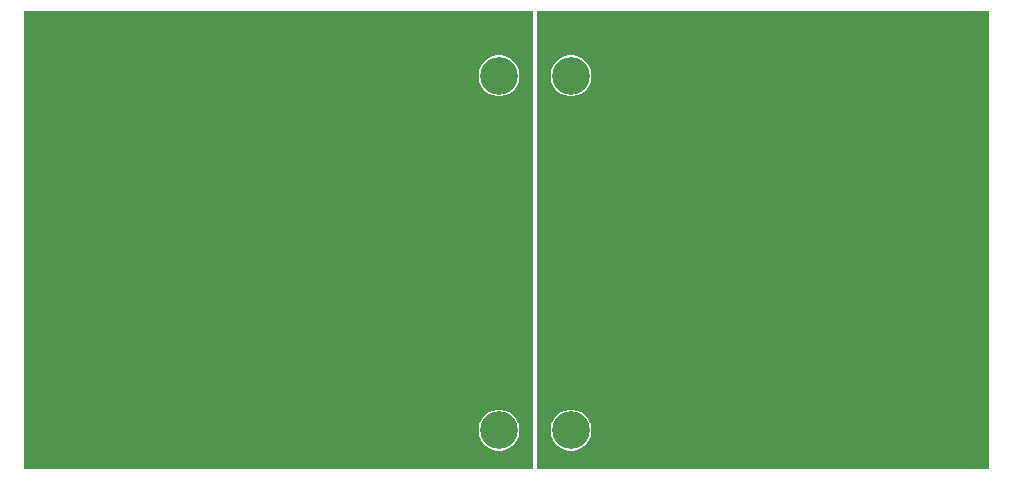
<source format=gbl>
G04*
G04 #@! TF.GenerationSoftware,Altium Limited,Altium Designer,22.0.2 (36)*
G04*
G04 Layer_Physical_Order=2*
G04 Layer_Color=16711680*
%FSLAX25Y25*%
%MOIN*%
G70*
G04*
G04 #@! TF.SameCoordinates,04F3E7EA-1EC6-48BA-AAB6-D1FA50B40766*
G04*
G04*
G04 #@! TF.FilePolarity,Positive*
G04*
G01*
G75*
%ADD25R,0.15748X0.07874*%
%ADD82C,0.12598*%
%ADD83C,0.02362*%
%ADD84C,0.12992*%
%ADD85C,0.15748*%
G36*
X169882Y0D02*
X197D01*
Y152362D01*
X169882D01*
Y0D01*
D02*
G37*
G36*
X321850D02*
X171063D01*
Y152362D01*
X321850D01*
Y0D01*
D02*
G37*
%LPC*%
G36*
X159134Y137705D02*
X157795D01*
X156481Y137443D01*
X155244Y136931D01*
X154130Y136187D01*
X153183Y135240D01*
X152439Y134126D01*
X151927Y132889D01*
X151665Y131575D01*
Y130236D01*
X151927Y128922D01*
X152439Y127685D01*
X153183Y126571D01*
X154130Y125624D01*
X155244Y124880D01*
X156481Y124368D01*
X157795Y124106D01*
X159134D01*
X160448Y124368D01*
X161685Y124880D01*
X162799Y125624D01*
X163746Y126571D01*
X164490Y127685D01*
X165003Y128922D01*
X165264Y130236D01*
Y131575D01*
X165003Y132889D01*
X164490Y134126D01*
X163746Y135240D01*
X162799Y136187D01*
X161685Y136931D01*
X160448Y137443D01*
X159134Y137705D01*
D02*
G37*
G36*
Y19594D02*
X157795D01*
X156481Y19333D01*
X155244Y18821D01*
X154130Y18077D01*
X153183Y17130D01*
X152439Y16016D01*
X151927Y14778D01*
X151665Y13465D01*
Y12126D01*
X151927Y10812D01*
X152439Y9575D01*
X153183Y8461D01*
X154130Y7514D01*
X155244Y6770D01*
X156481Y6257D01*
X157795Y5996D01*
X159134D01*
X160448Y6257D01*
X161685Y6770D01*
X162799Y7514D01*
X163746Y8461D01*
X164490Y9575D01*
X165003Y10812D01*
X165264Y12126D01*
Y13465D01*
X165003Y14778D01*
X164490Y16016D01*
X163746Y17130D01*
X162799Y18077D01*
X161685Y18821D01*
X160448Y19333D01*
X159134Y19594D01*
D02*
G37*
G36*
X183150Y137705D02*
X181811D01*
X180497Y137443D01*
X179260Y136931D01*
X178146Y136187D01*
X177199Y135240D01*
X176455Y134126D01*
X175942Y132889D01*
X175681Y131575D01*
Y130236D01*
X175942Y128922D01*
X176455Y127685D01*
X177199Y126571D01*
X178146Y125624D01*
X179260Y124880D01*
X180497Y124368D01*
X181811Y124106D01*
X183150D01*
X184464Y124368D01*
X185701Y124880D01*
X186815Y125624D01*
X187762Y126571D01*
X188506Y127685D01*
X189018Y128922D01*
X189279Y130236D01*
Y131575D01*
X189018Y132889D01*
X188506Y134126D01*
X187762Y135240D01*
X186815Y136187D01*
X185701Y136931D01*
X184464Y137443D01*
X183150Y137705D01*
D02*
G37*
G36*
Y19594D02*
X181811D01*
X180497Y19333D01*
X179260Y18821D01*
X178146Y18077D01*
X177199Y17130D01*
X176455Y16016D01*
X175942Y14778D01*
X175681Y13465D01*
Y12126D01*
X175942Y10812D01*
X176455Y9575D01*
X177199Y8461D01*
X178146Y7514D01*
X179260Y6770D01*
X180497Y6257D01*
X181811Y5996D01*
X183150D01*
X184464Y6257D01*
X185701Y6770D01*
X186815Y7514D01*
X187762Y8461D01*
X188506Y9575D01*
X189018Y10812D01*
X189279Y12126D01*
Y13465D01*
X189018Y14778D01*
X188506Y16016D01*
X187762Y17130D01*
X186815Y18077D01*
X185701Y18821D01*
X184464Y19333D01*
X183150Y19594D01*
D02*
G37*
%LPD*%
D25*
X8465Y82480D02*
D03*
Y61221D02*
D03*
X312434D02*
D03*
Y82480D02*
D03*
D82*
X158465Y12795D02*
D03*
X182480D02*
D03*
Y130905D02*
D03*
X158465D02*
D03*
D83*
X319173Y143543D02*
D03*
Y133543D02*
D03*
Y123543D02*
D03*
Y113543D02*
D03*
Y103543D02*
D03*
Y93543D02*
D03*
Y53543D02*
D03*
Y43543D02*
D03*
Y33543D02*
D03*
Y23543D02*
D03*
Y13543D02*
D03*
Y3543D02*
D03*
X316673Y148543D02*
D03*
X314173Y143543D02*
D03*
X316673Y138543D02*
D03*
X314173Y133543D02*
D03*
X316673Y128543D02*
D03*
X314173Y123543D02*
D03*
X316673Y118543D02*
D03*
X314173Y113543D02*
D03*
X316673Y108543D02*
D03*
X314173Y103543D02*
D03*
X316673Y98543D02*
D03*
X314173Y93543D02*
D03*
X316673Y88543D02*
D03*
X314173Y53543D02*
D03*
X316673Y48543D02*
D03*
X314173Y43543D02*
D03*
X316673Y38543D02*
D03*
X314173Y33543D02*
D03*
X316673Y28543D02*
D03*
X314173Y23543D02*
D03*
X316673Y18543D02*
D03*
X314173Y13543D02*
D03*
X316673Y8543D02*
D03*
X314173Y3543D02*
D03*
X311673Y148543D02*
D03*
X309173Y143543D02*
D03*
X311673Y138543D02*
D03*
X309173Y133543D02*
D03*
X311673Y128543D02*
D03*
X309173Y123543D02*
D03*
X311673Y118543D02*
D03*
X309173Y113543D02*
D03*
X311673Y108543D02*
D03*
X309173Y103543D02*
D03*
X311673Y98543D02*
D03*
X309173Y93543D02*
D03*
X311673Y88543D02*
D03*
X309173Y53543D02*
D03*
X311673Y48543D02*
D03*
X309173Y43543D02*
D03*
X311673Y38543D02*
D03*
X309173Y33543D02*
D03*
X311673Y28543D02*
D03*
X309173Y23543D02*
D03*
X311673Y18543D02*
D03*
X309173Y13543D02*
D03*
X311673Y8543D02*
D03*
X309173Y3543D02*
D03*
X306673Y148543D02*
D03*
Y138543D02*
D03*
Y128543D02*
D03*
Y118543D02*
D03*
Y108543D02*
D03*
X304173Y103543D02*
D03*
X306673Y98543D02*
D03*
X304173Y93543D02*
D03*
X306673Y88543D02*
D03*
X304173Y53543D02*
D03*
X306673Y48543D02*
D03*
X304173Y43543D02*
D03*
X306673Y38543D02*
D03*
X304173Y33543D02*
D03*
X306673Y28543D02*
D03*
X304173Y23543D02*
D03*
X306673Y18543D02*
D03*
X304173Y13543D02*
D03*
X306673Y8543D02*
D03*
X304173Y3543D02*
D03*
X299173Y103543D02*
D03*
X301673Y98543D02*
D03*
X299173Y93543D02*
D03*
X301673Y88543D02*
D03*
X299173Y53543D02*
D03*
X301673Y48543D02*
D03*
X299173Y43543D02*
D03*
X301673Y38543D02*
D03*
X299173Y33543D02*
D03*
X301673Y28543D02*
D03*
X299173Y23543D02*
D03*
X301673Y18543D02*
D03*
X299173Y13543D02*
D03*
X301673Y8543D02*
D03*
X299173Y3543D02*
D03*
X294173Y103543D02*
D03*
X296673Y98543D02*
D03*
X294173Y93543D02*
D03*
X296673Y88543D02*
D03*
X294173Y53543D02*
D03*
X296673Y48543D02*
D03*
X294173Y43543D02*
D03*
X296673Y38543D02*
D03*
X294173Y33543D02*
D03*
X296673Y28543D02*
D03*
X294173Y23543D02*
D03*
X296673Y18543D02*
D03*
X294173Y13543D02*
D03*
X296673Y8543D02*
D03*
X294173Y3543D02*
D03*
X291673Y88543D02*
D03*
Y58543D02*
D03*
X289173Y53543D02*
D03*
X291673Y48543D02*
D03*
X289173Y43543D02*
D03*
X291673Y38543D02*
D03*
X289173Y33543D02*
D03*
X291673Y28543D02*
D03*
X289173Y23543D02*
D03*
X291673Y18543D02*
D03*
X289173Y13543D02*
D03*
X291673Y8543D02*
D03*
X289173Y3543D02*
D03*
X284173Y103543D02*
D03*
Y93543D02*
D03*
X286673Y88543D02*
D03*
Y58543D02*
D03*
X284173Y53543D02*
D03*
X286673Y48543D02*
D03*
X284173Y43543D02*
D03*
X286673Y38543D02*
D03*
X284173Y33543D02*
D03*
X286673Y28543D02*
D03*
X284173Y23543D02*
D03*
X286673Y18543D02*
D03*
X284173Y13543D02*
D03*
X286673Y8543D02*
D03*
X284173Y3543D02*
D03*
X279173Y103543D02*
D03*
X281673Y98543D02*
D03*
X279173Y93543D02*
D03*
X281673Y88543D02*
D03*
Y58543D02*
D03*
X279173Y53543D02*
D03*
X281673Y48543D02*
D03*
X279173Y43543D02*
D03*
X281673Y38543D02*
D03*
X279173Y33543D02*
D03*
X281673Y28543D02*
D03*
X279173Y23543D02*
D03*
X281673Y18543D02*
D03*
X279173Y13543D02*
D03*
X281673Y8543D02*
D03*
X279173Y3543D02*
D03*
X274173Y103543D02*
D03*
X276673Y98543D02*
D03*
X274173Y93543D02*
D03*
X276673Y88543D02*
D03*
Y58543D02*
D03*
X274173Y53543D02*
D03*
X276673Y48543D02*
D03*
X274173Y43543D02*
D03*
X276673Y38543D02*
D03*
X274173Y33543D02*
D03*
X276673Y28543D02*
D03*
X274173Y23543D02*
D03*
X276673Y18543D02*
D03*
X274173Y13543D02*
D03*
X276673Y8543D02*
D03*
X274173Y3543D02*
D03*
X269173Y103543D02*
D03*
X271673Y98543D02*
D03*
X269173Y93543D02*
D03*
X271673Y88543D02*
D03*
Y58543D02*
D03*
X269173Y53543D02*
D03*
X271673Y48543D02*
D03*
X269173Y43543D02*
D03*
X271673Y38543D02*
D03*
X269173Y33543D02*
D03*
X271673Y28543D02*
D03*
X269173Y23543D02*
D03*
X271673Y18543D02*
D03*
X269173Y13543D02*
D03*
X271673Y8543D02*
D03*
X269173Y3543D02*
D03*
X264173Y103543D02*
D03*
X266673Y98543D02*
D03*
X264173Y93543D02*
D03*
X266673Y88543D02*
D03*
Y58543D02*
D03*
X264173Y53543D02*
D03*
X266673Y48543D02*
D03*
Y38543D02*
D03*
X264173Y33543D02*
D03*
X266673Y28543D02*
D03*
X264173Y23543D02*
D03*
X266673Y18543D02*
D03*
X264173Y13543D02*
D03*
X266673Y8543D02*
D03*
X264173Y3543D02*
D03*
X259173Y103543D02*
D03*
X261673Y88543D02*
D03*
Y58543D02*
D03*
Y38543D02*
D03*
X259173Y33543D02*
D03*
X261673Y28543D02*
D03*
X259173Y23543D02*
D03*
X261673Y18543D02*
D03*
X259173Y13543D02*
D03*
X261673Y8543D02*
D03*
X259173Y3543D02*
D03*
X256673Y88543D02*
D03*
Y58543D02*
D03*
X254173Y33543D02*
D03*
X256673Y28543D02*
D03*
X254173Y23543D02*
D03*
X256673Y18543D02*
D03*
X254173Y13543D02*
D03*
X256673Y8543D02*
D03*
X254173Y3543D02*
D03*
X249173Y103543D02*
D03*
X251673Y88543D02*
D03*
Y58543D02*
D03*
Y38543D02*
D03*
X249173Y33543D02*
D03*
X251673Y28543D02*
D03*
X249173Y23543D02*
D03*
X251673Y18543D02*
D03*
X249173Y13543D02*
D03*
X251673Y8543D02*
D03*
X249173Y3543D02*
D03*
X246673Y148543D02*
D03*
Y98543D02*
D03*
Y88543D02*
D03*
Y58543D02*
D03*
Y38543D02*
D03*
X244173Y33543D02*
D03*
X246673Y28543D02*
D03*
X244173Y23543D02*
D03*
X246673Y18543D02*
D03*
X244173Y13543D02*
D03*
X246673Y8543D02*
D03*
X244173Y3543D02*
D03*
X241673Y148543D02*
D03*
X239173Y33543D02*
D03*
X241673Y28543D02*
D03*
X239173Y23543D02*
D03*
X241673Y18543D02*
D03*
X239173Y13543D02*
D03*
X241673Y8543D02*
D03*
X239173Y3543D02*
D03*
X236673Y148543D02*
D03*
X234173Y33543D02*
D03*
X236673Y28543D02*
D03*
X234173Y23543D02*
D03*
X236673Y18543D02*
D03*
X234173Y13543D02*
D03*
X236673Y8543D02*
D03*
X234173Y3543D02*
D03*
X231673Y148543D02*
D03*
X229173Y33543D02*
D03*
X231673Y28543D02*
D03*
X229173Y23543D02*
D03*
X231673Y18543D02*
D03*
X229173Y13543D02*
D03*
X231673Y8543D02*
D03*
X229173Y3543D02*
D03*
X226673Y148543D02*
D03*
X224173Y33543D02*
D03*
X226673Y28543D02*
D03*
X224173Y23543D02*
D03*
X226673Y18543D02*
D03*
X224173Y13543D02*
D03*
X226673Y8543D02*
D03*
X224173Y3543D02*
D03*
X221673Y148543D02*
D03*
X219173Y33543D02*
D03*
X221673Y28543D02*
D03*
X219173Y23543D02*
D03*
X221673Y18543D02*
D03*
X219173Y13543D02*
D03*
X221673Y8543D02*
D03*
X219173Y3543D02*
D03*
X216673Y148543D02*
D03*
X214173Y33543D02*
D03*
X216673Y28543D02*
D03*
X214173Y23543D02*
D03*
X216673Y18543D02*
D03*
X214173Y13543D02*
D03*
X216673Y8543D02*
D03*
X214173Y3543D02*
D03*
X211673Y148543D02*
D03*
X209173Y143543D02*
D03*
X211673Y138543D02*
D03*
X209173Y133543D02*
D03*
X211673Y128543D02*
D03*
X209173Y123543D02*
D03*
X211673Y118543D02*
D03*
X209173Y113543D02*
D03*
Y33543D02*
D03*
X211673Y28543D02*
D03*
X209173Y23543D02*
D03*
X211673Y18543D02*
D03*
X209173Y13543D02*
D03*
X211673Y8543D02*
D03*
X209173Y3543D02*
D03*
X206673Y148543D02*
D03*
X204173Y143543D02*
D03*
X206673Y138543D02*
D03*
X204173Y133543D02*
D03*
X206673Y128543D02*
D03*
X204173Y123543D02*
D03*
X206673Y118543D02*
D03*
X204173Y113543D02*
D03*
Y33543D02*
D03*
X206673Y28543D02*
D03*
X204173Y23543D02*
D03*
X206673Y18543D02*
D03*
X204173Y13543D02*
D03*
X206673Y8543D02*
D03*
X204173Y3543D02*
D03*
X201673Y148543D02*
D03*
X199173Y143543D02*
D03*
X201673Y138543D02*
D03*
X199173Y133543D02*
D03*
X201673Y128543D02*
D03*
X199173Y123543D02*
D03*
X201673Y118543D02*
D03*
X199173Y113543D02*
D03*
Y33543D02*
D03*
X201673Y28543D02*
D03*
X199173Y23543D02*
D03*
X201673Y18543D02*
D03*
X199173Y13543D02*
D03*
X201673Y8543D02*
D03*
X199173Y3543D02*
D03*
X196673Y148543D02*
D03*
X194173Y143543D02*
D03*
X196673Y138543D02*
D03*
X194173Y133543D02*
D03*
X196673Y128543D02*
D03*
X194173Y123543D02*
D03*
X196673Y118543D02*
D03*
X194173Y113543D02*
D03*
Y33543D02*
D03*
X196673Y28543D02*
D03*
X194173Y23543D02*
D03*
X196673Y18543D02*
D03*
X194173Y13543D02*
D03*
X196673Y8543D02*
D03*
X194173Y3543D02*
D03*
X191673Y148543D02*
D03*
X189173Y143543D02*
D03*
X191673Y138543D02*
D03*
Y128543D02*
D03*
X189173Y123543D02*
D03*
X191673Y118543D02*
D03*
X189173Y113543D02*
D03*
Y33543D02*
D03*
X191673Y28543D02*
D03*
X189173Y23543D02*
D03*
X191673Y18543D02*
D03*
Y8543D02*
D03*
X189173Y3543D02*
D03*
X186673Y148543D02*
D03*
X184173Y143543D02*
D03*
X186673Y138543D02*
D03*
Y118543D02*
D03*
X184173Y113543D02*
D03*
Y33543D02*
D03*
X186673Y28543D02*
D03*
X184173Y23543D02*
D03*
Y3543D02*
D03*
X181673Y148543D02*
D03*
X179173Y143543D02*
D03*
Y123543D02*
D03*
X181673Y118543D02*
D03*
X179173Y113543D02*
D03*
Y33543D02*
D03*
X181673Y28543D02*
D03*
X179173Y23543D02*
D03*
Y3543D02*
D03*
X176673Y148543D02*
D03*
X174173Y143543D02*
D03*
X176673Y138543D02*
D03*
X174173Y133543D02*
D03*
Y123543D02*
D03*
X176673Y118543D02*
D03*
X174173Y113543D02*
D03*
Y33543D02*
D03*
X176673Y28543D02*
D03*
X174173Y23543D02*
D03*
X176673Y18543D02*
D03*
X174173Y13543D02*
D03*
Y3543D02*
D03*
X166673Y148543D02*
D03*
X164173Y143543D02*
D03*
X166673Y138543D02*
D03*
Y128543D02*
D03*
X164173Y123543D02*
D03*
X166673Y118543D02*
D03*
X164173Y113543D02*
D03*
Y33543D02*
D03*
X166673Y28543D02*
D03*
X164173Y23543D02*
D03*
X166673Y18543D02*
D03*
Y8543D02*
D03*
X164173Y3543D02*
D03*
X161673Y148543D02*
D03*
X159173Y143543D02*
D03*
X161673Y138543D02*
D03*
Y118543D02*
D03*
X159173Y113543D02*
D03*
Y33543D02*
D03*
X161673Y28543D02*
D03*
X159173Y23543D02*
D03*
Y3543D02*
D03*
X156673Y148543D02*
D03*
X154173Y143543D02*
D03*
Y123543D02*
D03*
X156673Y118543D02*
D03*
X154173Y113543D02*
D03*
Y33543D02*
D03*
X156673Y28543D02*
D03*
X154173Y23543D02*
D03*
Y3543D02*
D03*
X151673Y148543D02*
D03*
X149173Y143543D02*
D03*
X151673Y138543D02*
D03*
X149173Y133543D02*
D03*
Y123543D02*
D03*
X151673Y118543D02*
D03*
X149173Y113543D02*
D03*
Y33543D02*
D03*
X151673Y28543D02*
D03*
X149173Y23543D02*
D03*
X151673Y18543D02*
D03*
X149173Y13543D02*
D03*
X151673Y8543D02*
D03*
X149173Y3543D02*
D03*
X146673Y148543D02*
D03*
X144173Y143543D02*
D03*
X146673Y138543D02*
D03*
X144173Y133543D02*
D03*
X146673Y128543D02*
D03*
X144173Y123543D02*
D03*
X146673Y118543D02*
D03*
X144173Y113543D02*
D03*
Y33543D02*
D03*
X146673Y28543D02*
D03*
X144173Y23543D02*
D03*
X146673Y18543D02*
D03*
X144173Y13543D02*
D03*
X146673Y8543D02*
D03*
X144173Y3543D02*
D03*
X141673Y148543D02*
D03*
X139173Y143543D02*
D03*
X141673Y138543D02*
D03*
X139173Y133543D02*
D03*
X141673Y128543D02*
D03*
X139173Y123543D02*
D03*
X141673Y118543D02*
D03*
X139173Y113543D02*
D03*
Y33543D02*
D03*
X141673Y28543D02*
D03*
X139173Y23543D02*
D03*
X141673Y18543D02*
D03*
X139173Y13543D02*
D03*
X141673Y8543D02*
D03*
X139173Y3543D02*
D03*
X136673Y148543D02*
D03*
X134173Y143543D02*
D03*
X136673Y138543D02*
D03*
X134173Y133543D02*
D03*
X136673Y128543D02*
D03*
X134173Y123543D02*
D03*
X136673Y118543D02*
D03*
X134173Y113543D02*
D03*
Y33543D02*
D03*
X136673Y28543D02*
D03*
X134173Y23543D02*
D03*
X136673Y18543D02*
D03*
X134173Y13543D02*
D03*
X136673Y8543D02*
D03*
X134173Y3543D02*
D03*
X131673Y148543D02*
D03*
X129173Y143543D02*
D03*
X131673Y138543D02*
D03*
X129173Y133543D02*
D03*
X131673Y128543D02*
D03*
X129173Y123543D02*
D03*
X131673Y118543D02*
D03*
X129173Y113543D02*
D03*
Y33543D02*
D03*
X131673Y28543D02*
D03*
X129173Y23543D02*
D03*
X131673Y18543D02*
D03*
X129173Y13543D02*
D03*
X131673Y8543D02*
D03*
X129173Y3543D02*
D03*
X126673Y148543D02*
D03*
X124173Y143543D02*
D03*
X126673Y138543D02*
D03*
X124173Y133543D02*
D03*
X126673Y128543D02*
D03*
X124173Y123543D02*
D03*
X126673Y118543D02*
D03*
X124173Y113543D02*
D03*
Y33543D02*
D03*
X126673Y28543D02*
D03*
X124173Y23543D02*
D03*
X126673Y18543D02*
D03*
X124173Y13543D02*
D03*
X126673Y8543D02*
D03*
X124173Y3543D02*
D03*
X121673Y148543D02*
D03*
X119173Y33543D02*
D03*
X121673Y28543D02*
D03*
X119173Y23543D02*
D03*
X121673Y18543D02*
D03*
X119173Y13543D02*
D03*
X121673Y8543D02*
D03*
X119173Y3543D02*
D03*
X116673Y148543D02*
D03*
X114173Y33543D02*
D03*
X116673Y28543D02*
D03*
X114173Y23543D02*
D03*
X116673Y18543D02*
D03*
X114173Y13543D02*
D03*
X116673Y8543D02*
D03*
X114173Y3543D02*
D03*
X111673Y148543D02*
D03*
X109173Y53543D02*
D03*
Y43543D02*
D03*
Y33543D02*
D03*
X111673Y28543D02*
D03*
X109173Y23543D02*
D03*
X111673Y18543D02*
D03*
X109173Y13543D02*
D03*
X111673Y8543D02*
D03*
X109173Y3543D02*
D03*
X106673Y148543D02*
D03*
Y58543D02*
D03*
X104173Y53543D02*
D03*
X106673Y48543D02*
D03*
X104173Y43543D02*
D03*
X106673Y38543D02*
D03*
X104173Y33543D02*
D03*
X106673Y28543D02*
D03*
X104173Y23543D02*
D03*
X106673Y18543D02*
D03*
X104173Y13543D02*
D03*
X106673Y8543D02*
D03*
X104173Y3543D02*
D03*
X101673Y148543D02*
D03*
Y58543D02*
D03*
X99173Y53543D02*
D03*
X101673Y48543D02*
D03*
X99173Y43543D02*
D03*
X101673Y38543D02*
D03*
X99173Y33543D02*
D03*
X101673Y28543D02*
D03*
X99173Y23543D02*
D03*
X101673Y18543D02*
D03*
X99173Y13543D02*
D03*
X101673Y8543D02*
D03*
X99173Y3543D02*
D03*
X96673Y148543D02*
D03*
Y58543D02*
D03*
X94173Y53543D02*
D03*
X96673Y48543D02*
D03*
X94173Y43543D02*
D03*
X96673Y38543D02*
D03*
X94173Y33543D02*
D03*
X96673Y28543D02*
D03*
X94173Y23543D02*
D03*
X96673Y18543D02*
D03*
X94173Y13543D02*
D03*
X96673Y8543D02*
D03*
X94173Y3543D02*
D03*
X91673Y148543D02*
D03*
X89173Y93543D02*
D03*
X91673Y88543D02*
D03*
Y58543D02*
D03*
X89173Y53543D02*
D03*
X91673Y48543D02*
D03*
X89173Y43543D02*
D03*
X91673Y38543D02*
D03*
X89173Y33543D02*
D03*
X91673Y28543D02*
D03*
X89173Y23543D02*
D03*
X91673Y18543D02*
D03*
X89173Y13543D02*
D03*
X91673Y8543D02*
D03*
X89173Y3543D02*
D03*
X86673Y148543D02*
D03*
Y98543D02*
D03*
X84173Y93543D02*
D03*
X86673Y88543D02*
D03*
Y58543D02*
D03*
X84173Y53543D02*
D03*
X86673Y48543D02*
D03*
X84173Y43543D02*
D03*
X86673Y38543D02*
D03*
X84173Y33543D02*
D03*
X86673Y28543D02*
D03*
X84173Y23543D02*
D03*
X86673Y18543D02*
D03*
X84173Y13543D02*
D03*
X86673Y8543D02*
D03*
X84173Y3543D02*
D03*
X81673Y148543D02*
D03*
Y98543D02*
D03*
X79173Y93543D02*
D03*
X81673Y88543D02*
D03*
Y58543D02*
D03*
X79173Y53543D02*
D03*
X81673Y48543D02*
D03*
X79173Y43543D02*
D03*
X81673Y38543D02*
D03*
X79173Y33543D02*
D03*
X81673Y28543D02*
D03*
X79173Y23543D02*
D03*
X81673Y18543D02*
D03*
X79173Y13543D02*
D03*
X81673Y8543D02*
D03*
X79173Y3543D02*
D03*
X76673Y148543D02*
D03*
Y98543D02*
D03*
X74173Y93543D02*
D03*
X76673Y88543D02*
D03*
Y58543D02*
D03*
X74173Y53543D02*
D03*
X76673Y48543D02*
D03*
X74173Y43543D02*
D03*
X76673Y38543D02*
D03*
X74173Y33543D02*
D03*
X76673Y28543D02*
D03*
X74173Y23543D02*
D03*
X76673Y18543D02*
D03*
X74173Y13543D02*
D03*
X76673Y8543D02*
D03*
X74173Y3543D02*
D03*
X71673Y148543D02*
D03*
Y98543D02*
D03*
X69173Y93543D02*
D03*
X71673Y88543D02*
D03*
Y58543D02*
D03*
X69173Y53543D02*
D03*
X71673Y48543D02*
D03*
X69173Y43543D02*
D03*
X71673Y38543D02*
D03*
X69173Y33543D02*
D03*
X71673Y28543D02*
D03*
X69173Y23543D02*
D03*
X71673Y18543D02*
D03*
X69173Y13543D02*
D03*
X71673Y8543D02*
D03*
X69173Y3543D02*
D03*
X66673Y148543D02*
D03*
Y98543D02*
D03*
X64173Y93543D02*
D03*
X66673Y88543D02*
D03*
Y58543D02*
D03*
X64173Y53543D02*
D03*
X66673Y48543D02*
D03*
X64173Y43543D02*
D03*
X66673Y38543D02*
D03*
X64173Y33543D02*
D03*
X66673Y28543D02*
D03*
X64173Y23543D02*
D03*
X66673Y18543D02*
D03*
X64173Y13543D02*
D03*
X66673Y8543D02*
D03*
X64173Y3543D02*
D03*
X61673Y148543D02*
D03*
Y98543D02*
D03*
X59173Y93543D02*
D03*
X61673Y88543D02*
D03*
Y58543D02*
D03*
X59173Y53543D02*
D03*
X61673Y48543D02*
D03*
X59173Y43543D02*
D03*
X61673Y38543D02*
D03*
X59173Y33543D02*
D03*
X61673Y28543D02*
D03*
X59173Y23543D02*
D03*
X61673Y18543D02*
D03*
X59173Y13543D02*
D03*
X61673Y8543D02*
D03*
X59173Y3543D02*
D03*
X56673Y148543D02*
D03*
Y98543D02*
D03*
X54173Y93543D02*
D03*
X56673Y88543D02*
D03*
Y58543D02*
D03*
X54173Y53543D02*
D03*
X56673Y48543D02*
D03*
X54173Y43543D02*
D03*
X56673Y38543D02*
D03*
X54173Y33543D02*
D03*
X56673Y28543D02*
D03*
X54173Y23543D02*
D03*
X56673Y18543D02*
D03*
X54173Y13543D02*
D03*
X56673Y8543D02*
D03*
X54173Y3543D02*
D03*
X51673Y98543D02*
D03*
Y88543D02*
D03*
Y58543D02*
D03*
Y38543D02*
D03*
X49173Y33543D02*
D03*
X51673Y28543D02*
D03*
X49173Y23543D02*
D03*
X51673Y18543D02*
D03*
X49173Y13543D02*
D03*
X51673Y8543D02*
D03*
X49173Y3543D02*
D03*
X46673Y58543D02*
D03*
Y38543D02*
D03*
X44173Y33543D02*
D03*
X46673Y28543D02*
D03*
X44173Y23543D02*
D03*
X46673Y18543D02*
D03*
X44173Y13543D02*
D03*
X46673Y8543D02*
D03*
X44173Y3543D02*
D03*
X41673Y58543D02*
D03*
X39173Y33543D02*
D03*
X41673Y28543D02*
D03*
X39173Y23543D02*
D03*
X41673Y18543D02*
D03*
X39173Y13543D02*
D03*
X41673Y8543D02*
D03*
X39173Y3543D02*
D03*
X36673Y98543D02*
D03*
X34173Y93543D02*
D03*
X36673Y58543D02*
D03*
X34173Y53543D02*
D03*
Y43543D02*
D03*
X36673Y38543D02*
D03*
X34173Y33543D02*
D03*
X36673Y28543D02*
D03*
X34173Y23543D02*
D03*
X36673Y18543D02*
D03*
X34173Y13543D02*
D03*
X36673Y8543D02*
D03*
X34173Y3543D02*
D03*
X31673Y98543D02*
D03*
X29173Y93543D02*
D03*
X31673Y88543D02*
D03*
Y58543D02*
D03*
X29173Y53543D02*
D03*
X31673Y48543D02*
D03*
X29173Y43543D02*
D03*
X31673Y38543D02*
D03*
X29173Y33543D02*
D03*
X31673Y28543D02*
D03*
X29173Y23543D02*
D03*
X31673Y18543D02*
D03*
X29173Y13543D02*
D03*
X31673Y8543D02*
D03*
X29173Y3543D02*
D03*
X26673Y148543D02*
D03*
Y98543D02*
D03*
X24173Y93543D02*
D03*
X26673Y88543D02*
D03*
Y58543D02*
D03*
X24173Y53543D02*
D03*
X26673Y48543D02*
D03*
X24173Y43543D02*
D03*
X26673Y38543D02*
D03*
X24173Y33543D02*
D03*
X26673Y28543D02*
D03*
X24173Y23543D02*
D03*
X26673Y18543D02*
D03*
X24173Y13543D02*
D03*
X26673Y8543D02*
D03*
X24173Y3543D02*
D03*
X21673Y148543D02*
D03*
Y98543D02*
D03*
X19173Y93543D02*
D03*
X21673Y88543D02*
D03*
Y58543D02*
D03*
X19173Y53543D02*
D03*
X21673Y48543D02*
D03*
X19173Y43543D02*
D03*
X21673Y38543D02*
D03*
X19173Y33543D02*
D03*
X21673Y28543D02*
D03*
X19173Y23543D02*
D03*
X21673Y18543D02*
D03*
X19173Y13543D02*
D03*
X21673Y8543D02*
D03*
X19173Y3543D02*
D03*
X16673Y148543D02*
D03*
X14173Y143543D02*
D03*
Y133543D02*
D03*
Y103543D02*
D03*
X16673Y98543D02*
D03*
X14173Y93543D02*
D03*
X16673Y88543D02*
D03*
X14173Y53543D02*
D03*
X16673Y48543D02*
D03*
X14173Y43543D02*
D03*
X16673Y38543D02*
D03*
X14173Y33543D02*
D03*
X16673Y28543D02*
D03*
X14173Y23543D02*
D03*
X16673Y18543D02*
D03*
X14173Y13543D02*
D03*
X16673Y8543D02*
D03*
X14173Y3543D02*
D03*
X11673Y148543D02*
D03*
X9173Y143543D02*
D03*
X11673Y138543D02*
D03*
X9173Y133543D02*
D03*
X11673Y128543D02*
D03*
Y108543D02*
D03*
X9173Y103543D02*
D03*
X11673Y98543D02*
D03*
X9173Y93543D02*
D03*
X11673Y88543D02*
D03*
X9173Y53543D02*
D03*
X11673Y48543D02*
D03*
X9173Y43543D02*
D03*
X11673Y38543D02*
D03*
X9173Y33543D02*
D03*
X11673Y28543D02*
D03*
X9173Y23543D02*
D03*
X11673Y18543D02*
D03*
X9173Y13543D02*
D03*
X11673Y8543D02*
D03*
X9173Y3543D02*
D03*
X6673Y148543D02*
D03*
X4173Y143543D02*
D03*
X6673Y138543D02*
D03*
X4173Y133543D02*
D03*
X6673Y128543D02*
D03*
Y108543D02*
D03*
X4173Y103543D02*
D03*
X6673Y98543D02*
D03*
X4173Y93543D02*
D03*
X6673Y88543D02*
D03*
X4173Y53543D02*
D03*
X6673Y48543D02*
D03*
X4173Y43543D02*
D03*
X6673Y38543D02*
D03*
X4173Y33543D02*
D03*
X6673Y28543D02*
D03*
X4173Y23543D02*
D03*
X6673Y18543D02*
D03*
X4173Y13543D02*
D03*
X6673Y8543D02*
D03*
X4173Y3543D02*
D03*
D84*
X254724Y96653D02*
D03*
X43110Y92716D02*
D03*
D85*
X256102Y47441D02*
D03*
X43110D02*
D03*
M02*

</source>
